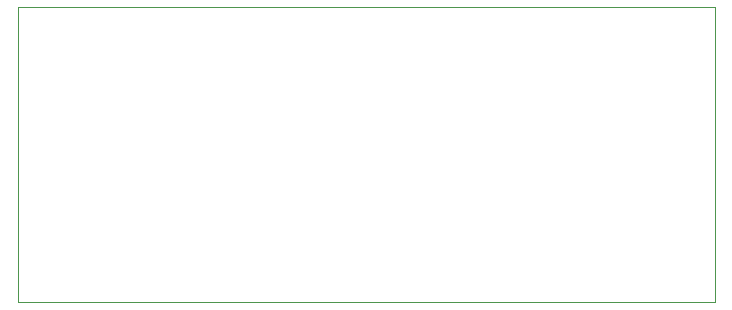
<source format=gbr>
%TF.GenerationSoftware,KiCad,Pcbnew,9.0.7*%
%TF.CreationDate,2026-01-25T21:44:07-05:00*%
%TF.ProjectId,advanced_soldering_practice,61647661-6e63-4656-945f-736f6c646572,rev?*%
%TF.SameCoordinates,Original*%
%TF.FileFunction,Profile,NP*%
%FSLAX46Y46*%
G04 Gerber Fmt 4.6, Leading zero omitted, Abs format (unit mm)*
G04 Created by KiCad (PCBNEW 9.0.7) date 2026-01-25 21:44:07*
%MOMM*%
%LPD*%
G01*
G04 APERTURE LIST*
%TA.AperFunction,Profile*%
%ADD10C,0.050000*%
%TD*%
G04 APERTURE END LIST*
D10*
X68000000Y-74000000D02*
X127000000Y-74000000D01*
X127000000Y-99000000D01*
X68000000Y-99000000D01*
X68000000Y-74000000D01*
M02*

</source>
